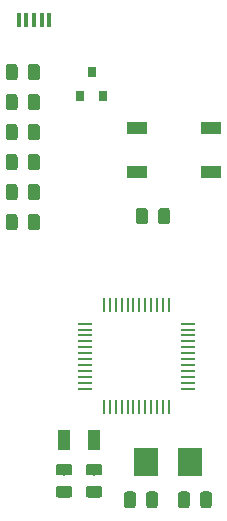
<source format=gbr>
G04 #@! TF.GenerationSoftware,KiCad,Pcbnew,5.1.4*
G04 #@! TF.CreationDate,2019-11-03T23:23:53+01:00*
G04 #@! TF.ProjectId,stm32XxxxCx_board,73746d33-3258-4787-9878-43785f626f61,rev?*
G04 #@! TF.SameCoordinates,Original*
G04 #@! TF.FileFunction,Paste,Top*
G04 #@! TF.FilePolarity,Positive*
%FSLAX46Y46*%
G04 Gerber Fmt 4.6, Leading zero omitted, Abs format (unit mm)*
G04 Created by KiCad (PCBNEW 5.1.4) date 2019-11-03 23:23:53*
%MOMM*%
%LPD*%
G04 APERTURE LIST*
%ADD10R,0.450000X1.300000*%
%ADD11R,2.000000X2.400000*%
%ADD12R,1.000000X1.800000*%
%ADD13R,1.800000X1.100000*%
%ADD14C,0.100000*%
%ADD15C,0.975000*%
%ADD16R,0.800000X0.900000*%
%ADD17R,0.250000X1.300000*%
%ADD18R,1.300000X0.250000*%
G04 APERTURE END LIST*
D10*
X143480000Y-56510000D03*
X144130000Y-56510000D03*
X144780000Y-56510000D03*
X145430000Y-56510000D03*
X146080000Y-56510000D03*
D11*
X154300000Y-93980000D03*
X158000000Y-93980000D03*
D12*
X147340000Y-92075000D03*
X149840000Y-92075000D03*
D13*
X153485000Y-65690000D03*
X153485000Y-69390000D03*
X159785000Y-65690000D03*
X159785000Y-69390000D03*
D14*
G36*
X150340142Y-96003674D02*
G01*
X150363803Y-96007184D01*
X150387007Y-96012996D01*
X150409529Y-96021054D01*
X150431153Y-96031282D01*
X150451670Y-96043579D01*
X150470883Y-96057829D01*
X150488607Y-96073893D01*
X150504671Y-96091617D01*
X150518921Y-96110830D01*
X150531218Y-96131347D01*
X150541446Y-96152971D01*
X150549504Y-96175493D01*
X150555316Y-96198697D01*
X150558826Y-96222358D01*
X150560000Y-96246250D01*
X150560000Y-96733750D01*
X150558826Y-96757642D01*
X150555316Y-96781303D01*
X150549504Y-96804507D01*
X150541446Y-96827029D01*
X150531218Y-96848653D01*
X150518921Y-96869170D01*
X150504671Y-96888383D01*
X150488607Y-96906107D01*
X150470883Y-96922171D01*
X150451670Y-96936421D01*
X150431153Y-96948718D01*
X150409529Y-96958946D01*
X150387007Y-96967004D01*
X150363803Y-96972816D01*
X150340142Y-96976326D01*
X150316250Y-96977500D01*
X149403750Y-96977500D01*
X149379858Y-96976326D01*
X149356197Y-96972816D01*
X149332993Y-96967004D01*
X149310471Y-96958946D01*
X149288847Y-96948718D01*
X149268330Y-96936421D01*
X149249117Y-96922171D01*
X149231393Y-96906107D01*
X149215329Y-96888383D01*
X149201079Y-96869170D01*
X149188782Y-96848653D01*
X149178554Y-96827029D01*
X149170496Y-96804507D01*
X149164684Y-96781303D01*
X149161174Y-96757642D01*
X149160000Y-96733750D01*
X149160000Y-96246250D01*
X149161174Y-96222358D01*
X149164684Y-96198697D01*
X149170496Y-96175493D01*
X149178554Y-96152971D01*
X149188782Y-96131347D01*
X149201079Y-96110830D01*
X149215329Y-96091617D01*
X149231393Y-96073893D01*
X149249117Y-96057829D01*
X149268330Y-96043579D01*
X149288847Y-96031282D01*
X149310471Y-96021054D01*
X149332993Y-96012996D01*
X149356197Y-96007184D01*
X149379858Y-96003674D01*
X149403750Y-96002500D01*
X150316250Y-96002500D01*
X150340142Y-96003674D01*
X150340142Y-96003674D01*
G37*
D15*
X149860000Y-96490000D03*
D14*
G36*
X150340142Y-94128674D02*
G01*
X150363803Y-94132184D01*
X150387007Y-94137996D01*
X150409529Y-94146054D01*
X150431153Y-94156282D01*
X150451670Y-94168579D01*
X150470883Y-94182829D01*
X150488607Y-94198893D01*
X150504671Y-94216617D01*
X150518921Y-94235830D01*
X150531218Y-94256347D01*
X150541446Y-94277971D01*
X150549504Y-94300493D01*
X150555316Y-94323697D01*
X150558826Y-94347358D01*
X150560000Y-94371250D01*
X150560000Y-94858750D01*
X150558826Y-94882642D01*
X150555316Y-94906303D01*
X150549504Y-94929507D01*
X150541446Y-94952029D01*
X150531218Y-94973653D01*
X150518921Y-94994170D01*
X150504671Y-95013383D01*
X150488607Y-95031107D01*
X150470883Y-95047171D01*
X150451670Y-95061421D01*
X150431153Y-95073718D01*
X150409529Y-95083946D01*
X150387007Y-95092004D01*
X150363803Y-95097816D01*
X150340142Y-95101326D01*
X150316250Y-95102500D01*
X149403750Y-95102500D01*
X149379858Y-95101326D01*
X149356197Y-95097816D01*
X149332993Y-95092004D01*
X149310471Y-95083946D01*
X149288847Y-95073718D01*
X149268330Y-95061421D01*
X149249117Y-95047171D01*
X149231393Y-95031107D01*
X149215329Y-95013383D01*
X149201079Y-94994170D01*
X149188782Y-94973653D01*
X149178554Y-94952029D01*
X149170496Y-94929507D01*
X149164684Y-94906303D01*
X149161174Y-94882642D01*
X149160000Y-94858750D01*
X149160000Y-94371250D01*
X149161174Y-94347358D01*
X149164684Y-94323697D01*
X149170496Y-94300493D01*
X149178554Y-94277971D01*
X149188782Y-94256347D01*
X149201079Y-94235830D01*
X149215329Y-94216617D01*
X149231393Y-94198893D01*
X149249117Y-94182829D01*
X149268330Y-94168579D01*
X149288847Y-94156282D01*
X149310471Y-94146054D01*
X149332993Y-94137996D01*
X149356197Y-94132184D01*
X149379858Y-94128674D01*
X149403750Y-94127500D01*
X150316250Y-94127500D01*
X150340142Y-94128674D01*
X150340142Y-94128674D01*
G37*
D15*
X149860000Y-94615000D03*
D14*
G36*
X147800142Y-94128674D02*
G01*
X147823803Y-94132184D01*
X147847007Y-94137996D01*
X147869529Y-94146054D01*
X147891153Y-94156282D01*
X147911670Y-94168579D01*
X147930883Y-94182829D01*
X147948607Y-94198893D01*
X147964671Y-94216617D01*
X147978921Y-94235830D01*
X147991218Y-94256347D01*
X148001446Y-94277971D01*
X148009504Y-94300493D01*
X148015316Y-94323697D01*
X148018826Y-94347358D01*
X148020000Y-94371250D01*
X148020000Y-94858750D01*
X148018826Y-94882642D01*
X148015316Y-94906303D01*
X148009504Y-94929507D01*
X148001446Y-94952029D01*
X147991218Y-94973653D01*
X147978921Y-94994170D01*
X147964671Y-95013383D01*
X147948607Y-95031107D01*
X147930883Y-95047171D01*
X147911670Y-95061421D01*
X147891153Y-95073718D01*
X147869529Y-95083946D01*
X147847007Y-95092004D01*
X147823803Y-95097816D01*
X147800142Y-95101326D01*
X147776250Y-95102500D01*
X146863750Y-95102500D01*
X146839858Y-95101326D01*
X146816197Y-95097816D01*
X146792993Y-95092004D01*
X146770471Y-95083946D01*
X146748847Y-95073718D01*
X146728330Y-95061421D01*
X146709117Y-95047171D01*
X146691393Y-95031107D01*
X146675329Y-95013383D01*
X146661079Y-94994170D01*
X146648782Y-94973653D01*
X146638554Y-94952029D01*
X146630496Y-94929507D01*
X146624684Y-94906303D01*
X146621174Y-94882642D01*
X146620000Y-94858750D01*
X146620000Y-94371250D01*
X146621174Y-94347358D01*
X146624684Y-94323697D01*
X146630496Y-94300493D01*
X146638554Y-94277971D01*
X146648782Y-94256347D01*
X146661079Y-94235830D01*
X146675329Y-94216617D01*
X146691393Y-94198893D01*
X146709117Y-94182829D01*
X146728330Y-94168579D01*
X146748847Y-94156282D01*
X146770471Y-94146054D01*
X146792993Y-94137996D01*
X146816197Y-94132184D01*
X146839858Y-94128674D01*
X146863750Y-94127500D01*
X147776250Y-94127500D01*
X147800142Y-94128674D01*
X147800142Y-94128674D01*
G37*
D15*
X147320000Y-94615000D03*
D14*
G36*
X147800142Y-96003674D02*
G01*
X147823803Y-96007184D01*
X147847007Y-96012996D01*
X147869529Y-96021054D01*
X147891153Y-96031282D01*
X147911670Y-96043579D01*
X147930883Y-96057829D01*
X147948607Y-96073893D01*
X147964671Y-96091617D01*
X147978921Y-96110830D01*
X147991218Y-96131347D01*
X148001446Y-96152971D01*
X148009504Y-96175493D01*
X148015316Y-96198697D01*
X148018826Y-96222358D01*
X148020000Y-96246250D01*
X148020000Y-96733750D01*
X148018826Y-96757642D01*
X148015316Y-96781303D01*
X148009504Y-96804507D01*
X148001446Y-96827029D01*
X147991218Y-96848653D01*
X147978921Y-96869170D01*
X147964671Y-96888383D01*
X147948607Y-96906107D01*
X147930883Y-96922171D01*
X147911670Y-96936421D01*
X147891153Y-96948718D01*
X147869529Y-96958946D01*
X147847007Y-96967004D01*
X147823803Y-96972816D01*
X147800142Y-96976326D01*
X147776250Y-96977500D01*
X146863750Y-96977500D01*
X146839858Y-96976326D01*
X146816197Y-96972816D01*
X146792993Y-96967004D01*
X146770471Y-96958946D01*
X146748847Y-96948718D01*
X146728330Y-96936421D01*
X146709117Y-96922171D01*
X146691393Y-96906107D01*
X146675329Y-96888383D01*
X146661079Y-96869170D01*
X146648782Y-96848653D01*
X146638554Y-96827029D01*
X146630496Y-96804507D01*
X146624684Y-96781303D01*
X146621174Y-96757642D01*
X146620000Y-96733750D01*
X146620000Y-96246250D01*
X146621174Y-96222358D01*
X146624684Y-96198697D01*
X146630496Y-96175493D01*
X146638554Y-96152971D01*
X146648782Y-96131347D01*
X146661079Y-96110830D01*
X146675329Y-96091617D01*
X146691393Y-96073893D01*
X146709117Y-96057829D01*
X146728330Y-96043579D01*
X146748847Y-96031282D01*
X146770471Y-96021054D01*
X146792993Y-96012996D01*
X146816197Y-96007184D01*
X146839858Y-96003674D01*
X146863750Y-96002500D01*
X147776250Y-96002500D01*
X147800142Y-96003674D01*
X147800142Y-96003674D01*
G37*
D15*
X147320000Y-96490000D03*
D14*
G36*
X157747642Y-96456174D02*
G01*
X157771303Y-96459684D01*
X157794507Y-96465496D01*
X157817029Y-96473554D01*
X157838653Y-96483782D01*
X157859170Y-96496079D01*
X157878383Y-96510329D01*
X157896107Y-96526393D01*
X157912171Y-96544117D01*
X157926421Y-96563330D01*
X157938718Y-96583847D01*
X157948946Y-96605471D01*
X157957004Y-96627993D01*
X157962816Y-96651197D01*
X157966326Y-96674858D01*
X157967500Y-96698750D01*
X157967500Y-97611250D01*
X157966326Y-97635142D01*
X157962816Y-97658803D01*
X157957004Y-97682007D01*
X157948946Y-97704529D01*
X157938718Y-97726153D01*
X157926421Y-97746670D01*
X157912171Y-97765883D01*
X157896107Y-97783607D01*
X157878383Y-97799671D01*
X157859170Y-97813921D01*
X157838653Y-97826218D01*
X157817029Y-97836446D01*
X157794507Y-97844504D01*
X157771303Y-97850316D01*
X157747642Y-97853826D01*
X157723750Y-97855000D01*
X157236250Y-97855000D01*
X157212358Y-97853826D01*
X157188697Y-97850316D01*
X157165493Y-97844504D01*
X157142971Y-97836446D01*
X157121347Y-97826218D01*
X157100830Y-97813921D01*
X157081617Y-97799671D01*
X157063893Y-97783607D01*
X157047829Y-97765883D01*
X157033579Y-97746670D01*
X157021282Y-97726153D01*
X157011054Y-97704529D01*
X157002996Y-97682007D01*
X156997184Y-97658803D01*
X156993674Y-97635142D01*
X156992500Y-97611250D01*
X156992500Y-96698750D01*
X156993674Y-96674858D01*
X156997184Y-96651197D01*
X157002996Y-96627993D01*
X157011054Y-96605471D01*
X157021282Y-96583847D01*
X157033579Y-96563330D01*
X157047829Y-96544117D01*
X157063893Y-96526393D01*
X157081617Y-96510329D01*
X157100830Y-96496079D01*
X157121347Y-96483782D01*
X157142971Y-96473554D01*
X157165493Y-96465496D01*
X157188697Y-96459684D01*
X157212358Y-96456174D01*
X157236250Y-96455000D01*
X157723750Y-96455000D01*
X157747642Y-96456174D01*
X157747642Y-96456174D01*
G37*
D15*
X157480000Y-97155000D03*
D14*
G36*
X159622642Y-96456174D02*
G01*
X159646303Y-96459684D01*
X159669507Y-96465496D01*
X159692029Y-96473554D01*
X159713653Y-96483782D01*
X159734170Y-96496079D01*
X159753383Y-96510329D01*
X159771107Y-96526393D01*
X159787171Y-96544117D01*
X159801421Y-96563330D01*
X159813718Y-96583847D01*
X159823946Y-96605471D01*
X159832004Y-96627993D01*
X159837816Y-96651197D01*
X159841326Y-96674858D01*
X159842500Y-96698750D01*
X159842500Y-97611250D01*
X159841326Y-97635142D01*
X159837816Y-97658803D01*
X159832004Y-97682007D01*
X159823946Y-97704529D01*
X159813718Y-97726153D01*
X159801421Y-97746670D01*
X159787171Y-97765883D01*
X159771107Y-97783607D01*
X159753383Y-97799671D01*
X159734170Y-97813921D01*
X159713653Y-97826218D01*
X159692029Y-97836446D01*
X159669507Y-97844504D01*
X159646303Y-97850316D01*
X159622642Y-97853826D01*
X159598750Y-97855000D01*
X159111250Y-97855000D01*
X159087358Y-97853826D01*
X159063697Y-97850316D01*
X159040493Y-97844504D01*
X159017971Y-97836446D01*
X158996347Y-97826218D01*
X158975830Y-97813921D01*
X158956617Y-97799671D01*
X158938893Y-97783607D01*
X158922829Y-97765883D01*
X158908579Y-97746670D01*
X158896282Y-97726153D01*
X158886054Y-97704529D01*
X158877996Y-97682007D01*
X158872184Y-97658803D01*
X158868674Y-97635142D01*
X158867500Y-97611250D01*
X158867500Y-96698750D01*
X158868674Y-96674858D01*
X158872184Y-96651197D01*
X158877996Y-96627993D01*
X158886054Y-96605471D01*
X158896282Y-96583847D01*
X158908579Y-96563330D01*
X158922829Y-96544117D01*
X158938893Y-96526393D01*
X158956617Y-96510329D01*
X158975830Y-96496079D01*
X158996347Y-96483782D01*
X159017971Y-96473554D01*
X159040493Y-96465496D01*
X159063697Y-96459684D01*
X159087358Y-96456174D01*
X159111250Y-96455000D01*
X159598750Y-96455000D01*
X159622642Y-96456174D01*
X159622642Y-96456174D01*
G37*
D15*
X159355000Y-97155000D03*
D14*
G36*
X153175642Y-96456174D02*
G01*
X153199303Y-96459684D01*
X153222507Y-96465496D01*
X153245029Y-96473554D01*
X153266653Y-96483782D01*
X153287170Y-96496079D01*
X153306383Y-96510329D01*
X153324107Y-96526393D01*
X153340171Y-96544117D01*
X153354421Y-96563330D01*
X153366718Y-96583847D01*
X153376946Y-96605471D01*
X153385004Y-96627993D01*
X153390816Y-96651197D01*
X153394326Y-96674858D01*
X153395500Y-96698750D01*
X153395500Y-97611250D01*
X153394326Y-97635142D01*
X153390816Y-97658803D01*
X153385004Y-97682007D01*
X153376946Y-97704529D01*
X153366718Y-97726153D01*
X153354421Y-97746670D01*
X153340171Y-97765883D01*
X153324107Y-97783607D01*
X153306383Y-97799671D01*
X153287170Y-97813921D01*
X153266653Y-97826218D01*
X153245029Y-97836446D01*
X153222507Y-97844504D01*
X153199303Y-97850316D01*
X153175642Y-97853826D01*
X153151750Y-97855000D01*
X152664250Y-97855000D01*
X152640358Y-97853826D01*
X152616697Y-97850316D01*
X152593493Y-97844504D01*
X152570971Y-97836446D01*
X152549347Y-97826218D01*
X152528830Y-97813921D01*
X152509617Y-97799671D01*
X152491893Y-97783607D01*
X152475829Y-97765883D01*
X152461579Y-97746670D01*
X152449282Y-97726153D01*
X152439054Y-97704529D01*
X152430996Y-97682007D01*
X152425184Y-97658803D01*
X152421674Y-97635142D01*
X152420500Y-97611250D01*
X152420500Y-96698750D01*
X152421674Y-96674858D01*
X152425184Y-96651197D01*
X152430996Y-96627993D01*
X152439054Y-96605471D01*
X152449282Y-96583847D01*
X152461579Y-96563330D01*
X152475829Y-96544117D01*
X152491893Y-96526393D01*
X152509617Y-96510329D01*
X152528830Y-96496079D01*
X152549347Y-96483782D01*
X152570971Y-96473554D01*
X152593493Y-96465496D01*
X152616697Y-96459684D01*
X152640358Y-96456174D01*
X152664250Y-96455000D01*
X153151750Y-96455000D01*
X153175642Y-96456174D01*
X153175642Y-96456174D01*
G37*
D15*
X152908000Y-97155000D03*
D14*
G36*
X155050642Y-96456174D02*
G01*
X155074303Y-96459684D01*
X155097507Y-96465496D01*
X155120029Y-96473554D01*
X155141653Y-96483782D01*
X155162170Y-96496079D01*
X155181383Y-96510329D01*
X155199107Y-96526393D01*
X155215171Y-96544117D01*
X155229421Y-96563330D01*
X155241718Y-96583847D01*
X155251946Y-96605471D01*
X155260004Y-96627993D01*
X155265816Y-96651197D01*
X155269326Y-96674858D01*
X155270500Y-96698750D01*
X155270500Y-97611250D01*
X155269326Y-97635142D01*
X155265816Y-97658803D01*
X155260004Y-97682007D01*
X155251946Y-97704529D01*
X155241718Y-97726153D01*
X155229421Y-97746670D01*
X155215171Y-97765883D01*
X155199107Y-97783607D01*
X155181383Y-97799671D01*
X155162170Y-97813921D01*
X155141653Y-97826218D01*
X155120029Y-97836446D01*
X155097507Y-97844504D01*
X155074303Y-97850316D01*
X155050642Y-97853826D01*
X155026750Y-97855000D01*
X154539250Y-97855000D01*
X154515358Y-97853826D01*
X154491697Y-97850316D01*
X154468493Y-97844504D01*
X154445971Y-97836446D01*
X154424347Y-97826218D01*
X154403830Y-97813921D01*
X154384617Y-97799671D01*
X154366893Y-97783607D01*
X154350829Y-97765883D01*
X154336579Y-97746670D01*
X154324282Y-97726153D01*
X154314054Y-97704529D01*
X154305996Y-97682007D01*
X154300184Y-97658803D01*
X154296674Y-97635142D01*
X154295500Y-97611250D01*
X154295500Y-96698750D01*
X154296674Y-96674858D01*
X154300184Y-96651197D01*
X154305996Y-96627993D01*
X154314054Y-96605471D01*
X154324282Y-96583847D01*
X154336579Y-96563330D01*
X154350829Y-96544117D01*
X154366893Y-96526393D01*
X154384617Y-96510329D01*
X154403830Y-96496079D01*
X154424347Y-96483782D01*
X154445971Y-96473554D01*
X154468493Y-96465496D01*
X154491697Y-96459684D01*
X154515358Y-96456174D01*
X154539250Y-96455000D01*
X155026750Y-96455000D01*
X155050642Y-96456174D01*
X155050642Y-96456174D01*
G37*
D15*
X154783000Y-97155000D03*
D14*
G36*
X156066642Y-72453174D02*
G01*
X156090303Y-72456684D01*
X156113507Y-72462496D01*
X156136029Y-72470554D01*
X156157653Y-72480782D01*
X156178170Y-72493079D01*
X156197383Y-72507329D01*
X156215107Y-72523393D01*
X156231171Y-72541117D01*
X156245421Y-72560330D01*
X156257718Y-72580847D01*
X156267946Y-72602471D01*
X156276004Y-72624993D01*
X156281816Y-72648197D01*
X156285326Y-72671858D01*
X156286500Y-72695750D01*
X156286500Y-73608250D01*
X156285326Y-73632142D01*
X156281816Y-73655803D01*
X156276004Y-73679007D01*
X156267946Y-73701529D01*
X156257718Y-73723153D01*
X156245421Y-73743670D01*
X156231171Y-73762883D01*
X156215107Y-73780607D01*
X156197383Y-73796671D01*
X156178170Y-73810921D01*
X156157653Y-73823218D01*
X156136029Y-73833446D01*
X156113507Y-73841504D01*
X156090303Y-73847316D01*
X156066642Y-73850826D01*
X156042750Y-73852000D01*
X155555250Y-73852000D01*
X155531358Y-73850826D01*
X155507697Y-73847316D01*
X155484493Y-73841504D01*
X155461971Y-73833446D01*
X155440347Y-73823218D01*
X155419830Y-73810921D01*
X155400617Y-73796671D01*
X155382893Y-73780607D01*
X155366829Y-73762883D01*
X155352579Y-73743670D01*
X155340282Y-73723153D01*
X155330054Y-73701529D01*
X155321996Y-73679007D01*
X155316184Y-73655803D01*
X155312674Y-73632142D01*
X155311500Y-73608250D01*
X155311500Y-72695750D01*
X155312674Y-72671858D01*
X155316184Y-72648197D01*
X155321996Y-72624993D01*
X155330054Y-72602471D01*
X155340282Y-72580847D01*
X155352579Y-72560330D01*
X155366829Y-72541117D01*
X155382893Y-72523393D01*
X155400617Y-72507329D01*
X155419830Y-72493079D01*
X155440347Y-72480782D01*
X155461971Y-72470554D01*
X155484493Y-72462496D01*
X155507697Y-72456684D01*
X155531358Y-72453174D01*
X155555250Y-72452000D01*
X156042750Y-72452000D01*
X156066642Y-72453174D01*
X156066642Y-72453174D01*
G37*
D15*
X155799000Y-73152000D03*
D14*
G36*
X154191642Y-72453174D02*
G01*
X154215303Y-72456684D01*
X154238507Y-72462496D01*
X154261029Y-72470554D01*
X154282653Y-72480782D01*
X154303170Y-72493079D01*
X154322383Y-72507329D01*
X154340107Y-72523393D01*
X154356171Y-72541117D01*
X154370421Y-72560330D01*
X154382718Y-72580847D01*
X154392946Y-72602471D01*
X154401004Y-72624993D01*
X154406816Y-72648197D01*
X154410326Y-72671858D01*
X154411500Y-72695750D01*
X154411500Y-73608250D01*
X154410326Y-73632142D01*
X154406816Y-73655803D01*
X154401004Y-73679007D01*
X154392946Y-73701529D01*
X154382718Y-73723153D01*
X154370421Y-73743670D01*
X154356171Y-73762883D01*
X154340107Y-73780607D01*
X154322383Y-73796671D01*
X154303170Y-73810921D01*
X154282653Y-73823218D01*
X154261029Y-73833446D01*
X154238507Y-73841504D01*
X154215303Y-73847316D01*
X154191642Y-73850826D01*
X154167750Y-73852000D01*
X153680250Y-73852000D01*
X153656358Y-73850826D01*
X153632697Y-73847316D01*
X153609493Y-73841504D01*
X153586971Y-73833446D01*
X153565347Y-73823218D01*
X153544830Y-73810921D01*
X153525617Y-73796671D01*
X153507893Y-73780607D01*
X153491829Y-73762883D01*
X153477579Y-73743670D01*
X153465282Y-73723153D01*
X153455054Y-73701529D01*
X153446996Y-73679007D01*
X153441184Y-73655803D01*
X153437674Y-73632142D01*
X153436500Y-73608250D01*
X153436500Y-72695750D01*
X153437674Y-72671858D01*
X153441184Y-72648197D01*
X153446996Y-72624993D01*
X153455054Y-72602471D01*
X153465282Y-72580847D01*
X153477579Y-72560330D01*
X153491829Y-72541117D01*
X153507893Y-72523393D01*
X153525617Y-72507329D01*
X153544830Y-72493079D01*
X153565347Y-72480782D01*
X153586971Y-72470554D01*
X153609493Y-72462496D01*
X153632697Y-72456684D01*
X153656358Y-72453174D01*
X153680250Y-72452000D01*
X154167750Y-72452000D01*
X154191642Y-72453174D01*
X154191642Y-72453174D01*
G37*
D15*
X153924000Y-73152000D03*
D14*
G36*
X143172142Y-65341174D02*
G01*
X143195803Y-65344684D01*
X143219007Y-65350496D01*
X143241529Y-65358554D01*
X143263153Y-65368782D01*
X143283670Y-65381079D01*
X143302883Y-65395329D01*
X143320607Y-65411393D01*
X143336671Y-65429117D01*
X143350921Y-65448330D01*
X143363218Y-65468847D01*
X143373446Y-65490471D01*
X143381504Y-65512993D01*
X143387316Y-65536197D01*
X143390826Y-65559858D01*
X143392000Y-65583750D01*
X143392000Y-66496250D01*
X143390826Y-66520142D01*
X143387316Y-66543803D01*
X143381504Y-66567007D01*
X143373446Y-66589529D01*
X143363218Y-66611153D01*
X143350921Y-66631670D01*
X143336671Y-66650883D01*
X143320607Y-66668607D01*
X143302883Y-66684671D01*
X143283670Y-66698921D01*
X143263153Y-66711218D01*
X143241529Y-66721446D01*
X143219007Y-66729504D01*
X143195803Y-66735316D01*
X143172142Y-66738826D01*
X143148250Y-66740000D01*
X142660750Y-66740000D01*
X142636858Y-66738826D01*
X142613197Y-66735316D01*
X142589993Y-66729504D01*
X142567471Y-66721446D01*
X142545847Y-66711218D01*
X142525330Y-66698921D01*
X142506117Y-66684671D01*
X142488393Y-66668607D01*
X142472329Y-66650883D01*
X142458079Y-66631670D01*
X142445782Y-66611153D01*
X142435554Y-66589529D01*
X142427496Y-66567007D01*
X142421684Y-66543803D01*
X142418174Y-66520142D01*
X142417000Y-66496250D01*
X142417000Y-65583750D01*
X142418174Y-65559858D01*
X142421684Y-65536197D01*
X142427496Y-65512993D01*
X142435554Y-65490471D01*
X142445782Y-65468847D01*
X142458079Y-65448330D01*
X142472329Y-65429117D01*
X142488393Y-65411393D01*
X142506117Y-65395329D01*
X142525330Y-65381079D01*
X142545847Y-65368782D01*
X142567471Y-65358554D01*
X142589993Y-65350496D01*
X142613197Y-65344684D01*
X142636858Y-65341174D01*
X142660750Y-65340000D01*
X143148250Y-65340000D01*
X143172142Y-65341174D01*
X143172142Y-65341174D01*
G37*
D15*
X142904500Y-66040000D03*
D14*
G36*
X145047142Y-65341174D02*
G01*
X145070803Y-65344684D01*
X145094007Y-65350496D01*
X145116529Y-65358554D01*
X145138153Y-65368782D01*
X145158670Y-65381079D01*
X145177883Y-65395329D01*
X145195607Y-65411393D01*
X145211671Y-65429117D01*
X145225921Y-65448330D01*
X145238218Y-65468847D01*
X145248446Y-65490471D01*
X145256504Y-65512993D01*
X145262316Y-65536197D01*
X145265826Y-65559858D01*
X145267000Y-65583750D01*
X145267000Y-66496250D01*
X145265826Y-66520142D01*
X145262316Y-66543803D01*
X145256504Y-66567007D01*
X145248446Y-66589529D01*
X145238218Y-66611153D01*
X145225921Y-66631670D01*
X145211671Y-66650883D01*
X145195607Y-66668607D01*
X145177883Y-66684671D01*
X145158670Y-66698921D01*
X145138153Y-66711218D01*
X145116529Y-66721446D01*
X145094007Y-66729504D01*
X145070803Y-66735316D01*
X145047142Y-66738826D01*
X145023250Y-66740000D01*
X144535750Y-66740000D01*
X144511858Y-66738826D01*
X144488197Y-66735316D01*
X144464993Y-66729504D01*
X144442471Y-66721446D01*
X144420847Y-66711218D01*
X144400330Y-66698921D01*
X144381117Y-66684671D01*
X144363393Y-66668607D01*
X144347329Y-66650883D01*
X144333079Y-66631670D01*
X144320782Y-66611153D01*
X144310554Y-66589529D01*
X144302496Y-66567007D01*
X144296684Y-66543803D01*
X144293174Y-66520142D01*
X144292000Y-66496250D01*
X144292000Y-65583750D01*
X144293174Y-65559858D01*
X144296684Y-65536197D01*
X144302496Y-65512993D01*
X144310554Y-65490471D01*
X144320782Y-65468847D01*
X144333079Y-65448330D01*
X144347329Y-65429117D01*
X144363393Y-65411393D01*
X144381117Y-65395329D01*
X144400330Y-65381079D01*
X144420847Y-65368782D01*
X144442471Y-65358554D01*
X144464993Y-65350496D01*
X144488197Y-65344684D01*
X144511858Y-65341174D01*
X144535750Y-65340000D01*
X145023250Y-65340000D01*
X145047142Y-65341174D01*
X145047142Y-65341174D01*
G37*
D15*
X144779500Y-66040000D03*
D14*
G36*
X145047142Y-67881174D02*
G01*
X145070803Y-67884684D01*
X145094007Y-67890496D01*
X145116529Y-67898554D01*
X145138153Y-67908782D01*
X145158670Y-67921079D01*
X145177883Y-67935329D01*
X145195607Y-67951393D01*
X145211671Y-67969117D01*
X145225921Y-67988330D01*
X145238218Y-68008847D01*
X145248446Y-68030471D01*
X145256504Y-68052993D01*
X145262316Y-68076197D01*
X145265826Y-68099858D01*
X145267000Y-68123750D01*
X145267000Y-69036250D01*
X145265826Y-69060142D01*
X145262316Y-69083803D01*
X145256504Y-69107007D01*
X145248446Y-69129529D01*
X145238218Y-69151153D01*
X145225921Y-69171670D01*
X145211671Y-69190883D01*
X145195607Y-69208607D01*
X145177883Y-69224671D01*
X145158670Y-69238921D01*
X145138153Y-69251218D01*
X145116529Y-69261446D01*
X145094007Y-69269504D01*
X145070803Y-69275316D01*
X145047142Y-69278826D01*
X145023250Y-69280000D01*
X144535750Y-69280000D01*
X144511858Y-69278826D01*
X144488197Y-69275316D01*
X144464993Y-69269504D01*
X144442471Y-69261446D01*
X144420847Y-69251218D01*
X144400330Y-69238921D01*
X144381117Y-69224671D01*
X144363393Y-69208607D01*
X144347329Y-69190883D01*
X144333079Y-69171670D01*
X144320782Y-69151153D01*
X144310554Y-69129529D01*
X144302496Y-69107007D01*
X144296684Y-69083803D01*
X144293174Y-69060142D01*
X144292000Y-69036250D01*
X144292000Y-68123750D01*
X144293174Y-68099858D01*
X144296684Y-68076197D01*
X144302496Y-68052993D01*
X144310554Y-68030471D01*
X144320782Y-68008847D01*
X144333079Y-67988330D01*
X144347329Y-67969117D01*
X144363393Y-67951393D01*
X144381117Y-67935329D01*
X144400330Y-67921079D01*
X144420847Y-67908782D01*
X144442471Y-67898554D01*
X144464993Y-67890496D01*
X144488197Y-67884684D01*
X144511858Y-67881174D01*
X144535750Y-67880000D01*
X145023250Y-67880000D01*
X145047142Y-67881174D01*
X145047142Y-67881174D01*
G37*
D15*
X144779500Y-68580000D03*
D14*
G36*
X143172142Y-67881174D02*
G01*
X143195803Y-67884684D01*
X143219007Y-67890496D01*
X143241529Y-67898554D01*
X143263153Y-67908782D01*
X143283670Y-67921079D01*
X143302883Y-67935329D01*
X143320607Y-67951393D01*
X143336671Y-67969117D01*
X143350921Y-67988330D01*
X143363218Y-68008847D01*
X143373446Y-68030471D01*
X143381504Y-68052993D01*
X143387316Y-68076197D01*
X143390826Y-68099858D01*
X143392000Y-68123750D01*
X143392000Y-69036250D01*
X143390826Y-69060142D01*
X143387316Y-69083803D01*
X143381504Y-69107007D01*
X143373446Y-69129529D01*
X143363218Y-69151153D01*
X143350921Y-69171670D01*
X143336671Y-69190883D01*
X143320607Y-69208607D01*
X143302883Y-69224671D01*
X143283670Y-69238921D01*
X143263153Y-69251218D01*
X143241529Y-69261446D01*
X143219007Y-69269504D01*
X143195803Y-69275316D01*
X143172142Y-69278826D01*
X143148250Y-69280000D01*
X142660750Y-69280000D01*
X142636858Y-69278826D01*
X142613197Y-69275316D01*
X142589993Y-69269504D01*
X142567471Y-69261446D01*
X142545847Y-69251218D01*
X142525330Y-69238921D01*
X142506117Y-69224671D01*
X142488393Y-69208607D01*
X142472329Y-69190883D01*
X142458079Y-69171670D01*
X142445782Y-69151153D01*
X142435554Y-69129529D01*
X142427496Y-69107007D01*
X142421684Y-69083803D01*
X142418174Y-69060142D01*
X142417000Y-69036250D01*
X142417000Y-68123750D01*
X142418174Y-68099858D01*
X142421684Y-68076197D01*
X142427496Y-68052993D01*
X142435554Y-68030471D01*
X142445782Y-68008847D01*
X142458079Y-67988330D01*
X142472329Y-67969117D01*
X142488393Y-67951393D01*
X142506117Y-67935329D01*
X142525330Y-67921079D01*
X142545847Y-67908782D01*
X142567471Y-67898554D01*
X142589993Y-67890496D01*
X142613197Y-67884684D01*
X142636858Y-67881174D01*
X142660750Y-67880000D01*
X143148250Y-67880000D01*
X143172142Y-67881174D01*
X143172142Y-67881174D01*
G37*
D15*
X142904500Y-68580000D03*
D14*
G36*
X143172142Y-72961174D02*
G01*
X143195803Y-72964684D01*
X143219007Y-72970496D01*
X143241529Y-72978554D01*
X143263153Y-72988782D01*
X143283670Y-73001079D01*
X143302883Y-73015329D01*
X143320607Y-73031393D01*
X143336671Y-73049117D01*
X143350921Y-73068330D01*
X143363218Y-73088847D01*
X143373446Y-73110471D01*
X143381504Y-73132993D01*
X143387316Y-73156197D01*
X143390826Y-73179858D01*
X143392000Y-73203750D01*
X143392000Y-74116250D01*
X143390826Y-74140142D01*
X143387316Y-74163803D01*
X143381504Y-74187007D01*
X143373446Y-74209529D01*
X143363218Y-74231153D01*
X143350921Y-74251670D01*
X143336671Y-74270883D01*
X143320607Y-74288607D01*
X143302883Y-74304671D01*
X143283670Y-74318921D01*
X143263153Y-74331218D01*
X143241529Y-74341446D01*
X143219007Y-74349504D01*
X143195803Y-74355316D01*
X143172142Y-74358826D01*
X143148250Y-74360000D01*
X142660750Y-74360000D01*
X142636858Y-74358826D01*
X142613197Y-74355316D01*
X142589993Y-74349504D01*
X142567471Y-74341446D01*
X142545847Y-74331218D01*
X142525330Y-74318921D01*
X142506117Y-74304671D01*
X142488393Y-74288607D01*
X142472329Y-74270883D01*
X142458079Y-74251670D01*
X142445782Y-74231153D01*
X142435554Y-74209529D01*
X142427496Y-74187007D01*
X142421684Y-74163803D01*
X142418174Y-74140142D01*
X142417000Y-74116250D01*
X142417000Y-73203750D01*
X142418174Y-73179858D01*
X142421684Y-73156197D01*
X142427496Y-73132993D01*
X142435554Y-73110471D01*
X142445782Y-73088847D01*
X142458079Y-73068330D01*
X142472329Y-73049117D01*
X142488393Y-73031393D01*
X142506117Y-73015329D01*
X142525330Y-73001079D01*
X142545847Y-72988782D01*
X142567471Y-72978554D01*
X142589993Y-72970496D01*
X142613197Y-72964684D01*
X142636858Y-72961174D01*
X142660750Y-72960000D01*
X143148250Y-72960000D01*
X143172142Y-72961174D01*
X143172142Y-72961174D01*
G37*
D15*
X142904500Y-73660000D03*
D14*
G36*
X145047142Y-72961174D02*
G01*
X145070803Y-72964684D01*
X145094007Y-72970496D01*
X145116529Y-72978554D01*
X145138153Y-72988782D01*
X145158670Y-73001079D01*
X145177883Y-73015329D01*
X145195607Y-73031393D01*
X145211671Y-73049117D01*
X145225921Y-73068330D01*
X145238218Y-73088847D01*
X145248446Y-73110471D01*
X145256504Y-73132993D01*
X145262316Y-73156197D01*
X145265826Y-73179858D01*
X145267000Y-73203750D01*
X145267000Y-74116250D01*
X145265826Y-74140142D01*
X145262316Y-74163803D01*
X145256504Y-74187007D01*
X145248446Y-74209529D01*
X145238218Y-74231153D01*
X145225921Y-74251670D01*
X145211671Y-74270883D01*
X145195607Y-74288607D01*
X145177883Y-74304671D01*
X145158670Y-74318921D01*
X145138153Y-74331218D01*
X145116529Y-74341446D01*
X145094007Y-74349504D01*
X145070803Y-74355316D01*
X145047142Y-74358826D01*
X145023250Y-74360000D01*
X144535750Y-74360000D01*
X144511858Y-74358826D01*
X144488197Y-74355316D01*
X144464993Y-74349504D01*
X144442471Y-74341446D01*
X144420847Y-74331218D01*
X144400330Y-74318921D01*
X144381117Y-74304671D01*
X144363393Y-74288607D01*
X144347329Y-74270883D01*
X144333079Y-74251670D01*
X144320782Y-74231153D01*
X144310554Y-74209529D01*
X144302496Y-74187007D01*
X144296684Y-74163803D01*
X144293174Y-74140142D01*
X144292000Y-74116250D01*
X144292000Y-73203750D01*
X144293174Y-73179858D01*
X144296684Y-73156197D01*
X144302496Y-73132993D01*
X144310554Y-73110471D01*
X144320782Y-73088847D01*
X144333079Y-73068330D01*
X144347329Y-73049117D01*
X144363393Y-73031393D01*
X144381117Y-73015329D01*
X144400330Y-73001079D01*
X144420847Y-72988782D01*
X144442471Y-72978554D01*
X144464993Y-72970496D01*
X144488197Y-72964684D01*
X144511858Y-72961174D01*
X144535750Y-72960000D01*
X145023250Y-72960000D01*
X145047142Y-72961174D01*
X145047142Y-72961174D01*
G37*
D15*
X144779500Y-73660000D03*
D14*
G36*
X143172142Y-70421174D02*
G01*
X143195803Y-70424684D01*
X143219007Y-70430496D01*
X143241529Y-70438554D01*
X143263153Y-70448782D01*
X143283670Y-70461079D01*
X143302883Y-70475329D01*
X143320607Y-70491393D01*
X143336671Y-70509117D01*
X143350921Y-70528330D01*
X143363218Y-70548847D01*
X143373446Y-70570471D01*
X143381504Y-70592993D01*
X143387316Y-70616197D01*
X143390826Y-70639858D01*
X143392000Y-70663750D01*
X143392000Y-71576250D01*
X143390826Y-71600142D01*
X143387316Y-71623803D01*
X143381504Y-71647007D01*
X143373446Y-71669529D01*
X143363218Y-71691153D01*
X143350921Y-71711670D01*
X143336671Y-71730883D01*
X143320607Y-71748607D01*
X143302883Y-71764671D01*
X143283670Y-71778921D01*
X143263153Y-71791218D01*
X143241529Y-71801446D01*
X143219007Y-71809504D01*
X143195803Y-71815316D01*
X143172142Y-71818826D01*
X143148250Y-71820000D01*
X142660750Y-71820000D01*
X142636858Y-71818826D01*
X142613197Y-71815316D01*
X142589993Y-71809504D01*
X142567471Y-71801446D01*
X142545847Y-71791218D01*
X142525330Y-71778921D01*
X142506117Y-71764671D01*
X142488393Y-71748607D01*
X142472329Y-71730883D01*
X142458079Y-71711670D01*
X142445782Y-71691153D01*
X142435554Y-71669529D01*
X142427496Y-71647007D01*
X142421684Y-71623803D01*
X142418174Y-71600142D01*
X142417000Y-71576250D01*
X142417000Y-70663750D01*
X142418174Y-70639858D01*
X142421684Y-70616197D01*
X142427496Y-70592993D01*
X142435554Y-70570471D01*
X142445782Y-70548847D01*
X142458079Y-70528330D01*
X142472329Y-70509117D01*
X142488393Y-70491393D01*
X142506117Y-70475329D01*
X142525330Y-70461079D01*
X142545847Y-70448782D01*
X142567471Y-70438554D01*
X142589993Y-70430496D01*
X142613197Y-70424684D01*
X142636858Y-70421174D01*
X142660750Y-70420000D01*
X143148250Y-70420000D01*
X143172142Y-70421174D01*
X143172142Y-70421174D01*
G37*
D15*
X142904500Y-71120000D03*
D14*
G36*
X145047142Y-70421174D02*
G01*
X145070803Y-70424684D01*
X145094007Y-70430496D01*
X145116529Y-70438554D01*
X145138153Y-70448782D01*
X145158670Y-70461079D01*
X145177883Y-70475329D01*
X145195607Y-70491393D01*
X145211671Y-70509117D01*
X145225921Y-70528330D01*
X145238218Y-70548847D01*
X145248446Y-70570471D01*
X145256504Y-70592993D01*
X145262316Y-70616197D01*
X145265826Y-70639858D01*
X145267000Y-70663750D01*
X145267000Y-71576250D01*
X145265826Y-71600142D01*
X145262316Y-71623803D01*
X145256504Y-71647007D01*
X145248446Y-71669529D01*
X145238218Y-71691153D01*
X145225921Y-71711670D01*
X145211671Y-71730883D01*
X145195607Y-71748607D01*
X145177883Y-71764671D01*
X145158670Y-71778921D01*
X145138153Y-71791218D01*
X145116529Y-71801446D01*
X145094007Y-71809504D01*
X145070803Y-71815316D01*
X145047142Y-71818826D01*
X145023250Y-71820000D01*
X144535750Y-71820000D01*
X144511858Y-71818826D01*
X144488197Y-71815316D01*
X144464993Y-71809504D01*
X144442471Y-71801446D01*
X144420847Y-71791218D01*
X144400330Y-71778921D01*
X144381117Y-71764671D01*
X144363393Y-71748607D01*
X144347329Y-71730883D01*
X144333079Y-71711670D01*
X144320782Y-71691153D01*
X144310554Y-71669529D01*
X144302496Y-71647007D01*
X144296684Y-71623803D01*
X144293174Y-71600142D01*
X144292000Y-71576250D01*
X144292000Y-70663750D01*
X144293174Y-70639858D01*
X144296684Y-70616197D01*
X144302496Y-70592993D01*
X144310554Y-70570471D01*
X144320782Y-70548847D01*
X144333079Y-70528330D01*
X144347329Y-70509117D01*
X144363393Y-70491393D01*
X144381117Y-70475329D01*
X144400330Y-70461079D01*
X144420847Y-70448782D01*
X144442471Y-70438554D01*
X144464993Y-70430496D01*
X144488197Y-70424684D01*
X144511858Y-70421174D01*
X144535750Y-70420000D01*
X145023250Y-70420000D01*
X145047142Y-70421174D01*
X145047142Y-70421174D01*
G37*
D15*
X144779500Y-71120000D03*
D14*
G36*
X145047142Y-60261174D02*
G01*
X145070803Y-60264684D01*
X145094007Y-60270496D01*
X145116529Y-60278554D01*
X145138153Y-60288782D01*
X145158670Y-60301079D01*
X145177883Y-60315329D01*
X145195607Y-60331393D01*
X145211671Y-60349117D01*
X145225921Y-60368330D01*
X145238218Y-60388847D01*
X145248446Y-60410471D01*
X145256504Y-60432993D01*
X145262316Y-60456197D01*
X145265826Y-60479858D01*
X145267000Y-60503750D01*
X145267000Y-61416250D01*
X145265826Y-61440142D01*
X145262316Y-61463803D01*
X145256504Y-61487007D01*
X145248446Y-61509529D01*
X145238218Y-61531153D01*
X145225921Y-61551670D01*
X145211671Y-61570883D01*
X145195607Y-61588607D01*
X145177883Y-61604671D01*
X145158670Y-61618921D01*
X145138153Y-61631218D01*
X145116529Y-61641446D01*
X145094007Y-61649504D01*
X145070803Y-61655316D01*
X145047142Y-61658826D01*
X145023250Y-61660000D01*
X144535750Y-61660000D01*
X144511858Y-61658826D01*
X144488197Y-61655316D01*
X144464993Y-61649504D01*
X144442471Y-61641446D01*
X144420847Y-61631218D01*
X144400330Y-61618921D01*
X144381117Y-61604671D01*
X144363393Y-61588607D01*
X144347329Y-61570883D01*
X144333079Y-61551670D01*
X144320782Y-61531153D01*
X144310554Y-61509529D01*
X144302496Y-61487007D01*
X144296684Y-61463803D01*
X144293174Y-61440142D01*
X144292000Y-61416250D01*
X144292000Y-60503750D01*
X144293174Y-60479858D01*
X144296684Y-60456197D01*
X144302496Y-60432993D01*
X144310554Y-60410471D01*
X144320782Y-60388847D01*
X144333079Y-60368330D01*
X144347329Y-60349117D01*
X144363393Y-60331393D01*
X144381117Y-60315329D01*
X144400330Y-60301079D01*
X144420847Y-60288782D01*
X144442471Y-60278554D01*
X144464993Y-60270496D01*
X144488197Y-60264684D01*
X144511858Y-60261174D01*
X144535750Y-60260000D01*
X145023250Y-60260000D01*
X145047142Y-60261174D01*
X145047142Y-60261174D01*
G37*
D15*
X144779500Y-60960000D03*
D14*
G36*
X143172142Y-60261174D02*
G01*
X143195803Y-60264684D01*
X143219007Y-60270496D01*
X143241529Y-60278554D01*
X143263153Y-60288782D01*
X143283670Y-60301079D01*
X143302883Y-60315329D01*
X143320607Y-60331393D01*
X143336671Y-60349117D01*
X143350921Y-60368330D01*
X143363218Y-60388847D01*
X143373446Y-60410471D01*
X143381504Y-60432993D01*
X143387316Y-60456197D01*
X143390826Y-60479858D01*
X143392000Y-60503750D01*
X143392000Y-61416250D01*
X143390826Y-61440142D01*
X143387316Y-61463803D01*
X143381504Y-61487007D01*
X143373446Y-61509529D01*
X143363218Y-61531153D01*
X143350921Y-61551670D01*
X143336671Y-61570883D01*
X143320607Y-61588607D01*
X143302883Y-61604671D01*
X143283670Y-61618921D01*
X143263153Y-61631218D01*
X143241529Y-61641446D01*
X143219007Y-61649504D01*
X143195803Y-61655316D01*
X143172142Y-61658826D01*
X143148250Y-61660000D01*
X142660750Y-61660000D01*
X142636858Y-61658826D01*
X142613197Y-61655316D01*
X142589993Y-61649504D01*
X142567471Y-61641446D01*
X142545847Y-61631218D01*
X142525330Y-61618921D01*
X142506117Y-61604671D01*
X142488393Y-61588607D01*
X142472329Y-61570883D01*
X142458079Y-61551670D01*
X142445782Y-61531153D01*
X142435554Y-61509529D01*
X142427496Y-61487007D01*
X142421684Y-61463803D01*
X142418174Y-61440142D01*
X142417000Y-61416250D01*
X142417000Y-60503750D01*
X142418174Y-60479858D01*
X142421684Y-60456197D01*
X142427496Y-60432993D01*
X142435554Y-60410471D01*
X142445782Y-60388847D01*
X142458079Y-60368330D01*
X142472329Y-60349117D01*
X142488393Y-60331393D01*
X142506117Y-60315329D01*
X142525330Y-60301079D01*
X142545847Y-60288782D01*
X142567471Y-60278554D01*
X142589993Y-60270496D01*
X142613197Y-60264684D01*
X142636858Y-60261174D01*
X142660750Y-60260000D01*
X143148250Y-60260000D01*
X143172142Y-60261174D01*
X143172142Y-60261174D01*
G37*
D15*
X142904500Y-60960000D03*
D14*
G36*
X143172142Y-62801174D02*
G01*
X143195803Y-62804684D01*
X143219007Y-62810496D01*
X143241529Y-62818554D01*
X143263153Y-62828782D01*
X143283670Y-62841079D01*
X143302883Y-62855329D01*
X143320607Y-62871393D01*
X143336671Y-62889117D01*
X143350921Y-62908330D01*
X143363218Y-62928847D01*
X143373446Y-62950471D01*
X143381504Y-62972993D01*
X143387316Y-62996197D01*
X143390826Y-63019858D01*
X143392000Y-63043750D01*
X143392000Y-63956250D01*
X143390826Y-63980142D01*
X143387316Y-64003803D01*
X143381504Y-64027007D01*
X143373446Y-64049529D01*
X143363218Y-64071153D01*
X143350921Y-64091670D01*
X143336671Y-64110883D01*
X143320607Y-64128607D01*
X143302883Y-64144671D01*
X143283670Y-64158921D01*
X143263153Y-64171218D01*
X143241529Y-64181446D01*
X143219007Y-64189504D01*
X143195803Y-64195316D01*
X143172142Y-64198826D01*
X143148250Y-64200000D01*
X142660750Y-64200000D01*
X142636858Y-64198826D01*
X142613197Y-64195316D01*
X142589993Y-64189504D01*
X142567471Y-64181446D01*
X142545847Y-64171218D01*
X142525330Y-64158921D01*
X142506117Y-64144671D01*
X142488393Y-64128607D01*
X142472329Y-64110883D01*
X142458079Y-64091670D01*
X142445782Y-64071153D01*
X142435554Y-64049529D01*
X142427496Y-64027007D01*
X142421684Y-64003803D01*
X142418174Y-63980142D01*
X142417000Y-63956250D01*
X142417000Y-63043750D01*
X142418174Y-63019858D01*
X142421684Y-62996197D01*
X142427496Y-62972993D01*
X142435554Y-62950471D01*
X142445782Y-62928847D01*
X142458079Y-62908330D01*
X142472329Y-62889117D01*
X142488393Y-62871393D01*
X142506117Y-62855329D01*
X142525330Y-62841079D01*
X142545847Y-62828782D01*
X142567471Y-62818554D01*
X142589993Y-62810496D01*
X142613197Y-62804684D01*
X142636858Y-62801174D01*
X142660750Y-62800000D01*
X143148250Y-62800000D01*
X143172142Y-62801174D01*
X143172142Y-62801174D01*
G37*
D15*
X142904500Y-63500000D03*
D14*
G36*
X145047142Y-62801174D02*
G01*
X145070803Y-62804684D01*
X145094007Y-62810496D01*
X145116529Y-62818554D01*
X145138153Y-62828782D01*
X145158670Y-62841079D01*
X145177883Y-62855329D01*
X145195607Y-62871393D01*
X145211671Y-62889117D01*
X145225921Y-62908330D01*
X145238218Y-62928847D01*
X145248446Y-62950471D01*
X145256504Y-62972993D01*
X145262316Y-62996197D01*
X145265826Y-63019858D01*
X145267000Y-63043750D01*
X145267000Y-63956250D01*
X145265826Y-63980142D01*
X145262316Y-64003803D01*
X145256504Y-64027007D01*
X145248446Y-64049529D01*
X145238218Y-64071153D01*
X145225921Y-64091670D01*
X145211671Y-64110883D01*
X145195607Y-64128607D01*
X145177883Y-64144671D01*
X145158670Y-64158921D01*
X145138153Y-64171218D01*
X145116529Y-64181446D01*
X145094007Y-64189504D01*
X145070803Y-64195316D01*
X145047142Y-64198826D01*
X145023250Y-64200000D01*
X144535750Y-64200000D01*
X144511858Y-64198826D01*
X144488197Y-64195316D01*
X144464993Y-64189504D01*
X144442471Y-64181446D01*
X144420847Y-64171218D01*
X144400330Y-64158921D01*
X144381117Y-64144671D01*
X144363393Y-64128607D01*
X144347329Y-64110883D01*
X144333079Y-64091670D01*
X144320782Y-64071153D01*
X144310554Y-64049529D01*
X144302496Y-64027007D01*
X144296684Y-64003803D01*
X144293174Y-63980142D01*
X144292000Y-63956250D01*
X144292000Y-63043750D01*
X144293174Y-63019858D01*
X144296684Y-62996197D01*
X144302496Y-62972993D01*
X144310554Y-62950471D01*
X144320782Y-62928847D01*
X144333079Y-62908330D01*
X144347329Y-62889117D01*
X144363393Y-62871393D01*
X144381117Y-62855329D01*
X144400330Y-62841079D01*
X144420847Y-62828782D01*
X144442471Y-62818554D01*
X144464993Y-62810496D01*
X144488197Y-62804684D01*
X144511858Y-62801174D01*
X144535750Y-62800000D01*
X145023250Y-62800000D01*
X145047142Y-62801174D01*
X145047142Y-62801174D01*
G37*
D15*
X144779500Y-63500000D03*
D16*
X148722000Y-62960000D03*
X150622000Y-62960000D03*
X149672000Y-60960000D03*
D17*
X150710000Y-89345000D03*
X151210000Y-89345000D03*
X151710000Y-89345000D03*
X152210000Y-89345000D03*
X152710000Y-89345000D03*
X153210000Y-89345000D03*
X153710000Y-89345000D03*
X154210000Y-89345000D03*
X154710000Y-89345000D03*
X155210000Y-89345000D03*
X155710000Y-89345000D03*
X156210000Y-89345000D03*
D18*
X157810000Y-87745000D03*
X157810000Y-87245000D03*
X157810000Y-86745000D03*
X157810000Y-86245000D03*
X157810000Y-85745000D03*
X157810000Y-85245000D03*
X157810000Y-84745000D03*
X157810000Y-84245000D03*
X157810000Y-83745000D03*
X157810000Y-83245000D03*
X157810000Y-82745000D03*
X157810000Y-82245000D03*
D17*
X156210000Y-80645000D03*
X155710000Y-80645000D03*
X155210000Y-80645000D03*
X154710000Y-80645000D03*
X154210000Y-80645000D03*
X153710000Y-80645000D03*
X153210000Y-80645000D03*
X152710000Y-80645000D03*
X152210000Y-80645000D03*
X151710000Y-80645000D03*
X151210000Y-80645000D03*
X150710000Y-80645000D03*
D18*
X149110000Y-82245000D03*
X149110000Y-82745000D03*
X149110000Y-83245000D03*
X149110000Y-83745000D03*
X149110000Y-84245000D03*
X149110000Y-84745000D03*
X149110000Y-85245000D03*
X149110000Y-85745000D03*
X149110000Y-86245000D03*
X149110000Y-86745000D03*
X149110000Y-87245000D03*
X149110000Y-87745000D03*
M02*

</source>
